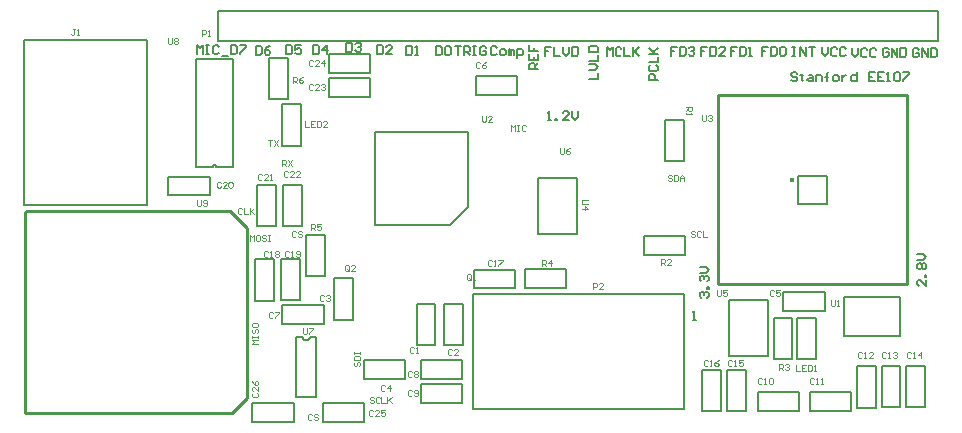
<source format=gto>
%FSTAX23Y23*%
%MOIN*%
%SFA1B1*%

%IPPOS*%
%ADD36C,0.010000*%
%ADD45C,0.007874*%
%ADD46C,0.015748*%
%ADD47C,0.005000*%
%ADD48C,0.004016*%
%ADD49C,0.005984*%
%LNmsp_mcu-1*%
%LPD*%
G54D36*
X04118Y022D02*
X04748D01*
Y0283*
X04118D02*
X04748D01*
X04118Y022D02*
Y0283D01*
X01812Y02443D02*
X01825D01*
X01809Y02384D02*
Y0244D01*
X02497Y01772D02*
X02547Y01821D01*
X01809Y01772D02*
X02497D01*
X02547Y01821D02*
Y02387D01*
X0249Y02443D02*
X02547Y02387D01*
X0185Y02443D02*
X0249D01*
X01809Y01772D02*
Y02384D01*
X01825Y02443D02*
X0185D01*
G54D45*
X02733Y02025D02*
D01*
X02733Y02025*
X02733Y02024*
X02733Y02023*
X02733Y02022*
X02733Y02021*
X02734Y0202*
X02734Y0202*
X02735Y02019*
X02735Y02018*
X02736Y02017*
X02736Y02017*
X02737Y02016*
X02737Y02016*
X02738Y02015*
X02739Y02015*
X0274Y02014*
X0274Y02014*
X02741Y02014*
X02742Y02013*
X02743Y02013*
X02744Y02013*
X02745Y02013*
X02746*
X02746Y02013*
X02747Y02013*
X02748Y02013*
X02749Y02014*
X0275Y02014*
X02751Y02014*
X02751Y02015*
X02752Y02015*
X02753Y02016*
X02754Y02016*
X02754Y02017*
X02755Y02017*
X02755Y02018*
X02756Y02019*
X02756Y0202*
X02757Y0202*
X02757Y02021*
X02757Y02022*
X02757Y02023*
X02758Y02024*
X02758Y02025*
X02758Y02025*
X02446Y02592D02*
D01*
X02446Y02592*
X02446Y02593*
X02446Y02593*
X02446Y02594*
X02446Y02594*
X02445Y02594*
X02445Y02595*
X02445Y02595*
X02445Y02595*
X02444Y02596*
X02444Y02596*
X02444Y02596*
X02444Y02597*
X02443Y02597*
X02443Y02597*
X02442Y02597*
X02442Y02598*
X02442Y02598*
X02441Y02598*
X02441Y02598*
X0244Y02598*
X0244Y02598*
X02439*
X02439Y02598*
X02438Y02598*
X02438Y02598*
X02438Y02598*
X02437Y02598*
X02437Y02597*
X02436Y02597*
X02436Y02597*
X02436Y02597*
X02435Y02596*
X02435Y02596*
X02435Y02596*
X02434Y02595*
X02434Y02595*
X02434Y02595*
X02434Y02594*
X02434Y02594*
X02433Y02594*
X02433Y02593*
X02433Y02593*
X02433Y02592*
X02433Y02592*
X04154Y01961D02*
Y02147D01*
X04283*
Y01961D02*
Y02147D01*
X04154Y01961D02*
X04283D01*
X033Y01783D02*
X04005D01*
X033D02*
Y02166D01*
X04005*
Y01947D02*
Y02166D01*
Y01783D02*
Y01997D01*
X02711Y02025D02*
X02733D01*
X02758D02*
X02779D01*
Y01825D02*
Y02025D01*
X02711Y01825D02*
X02779D01*
X02711D02*
Y02025D01*
X01805Y02464D02*
Y03014D01*
Y02464D02*
X02213D01*
Y03014*
X01805D02*
X02213D01*
X02452Y0301D02*
X04777D01*
X04852*
Y0311*
X02452D02*
X04852D01*
X02452Y0301D02*
Y0311D01*
X04537Y02158D02*
X04723D01*
Y02028D02*
Y02158D01*
X04537Y02028D02*
X04723D01*
X04537D02*
Y02158D01*
X04385Y02469D02*
X04482D01*
Y02561*
X04385D02*
X04482D01*
X04385Y02469D02*
Y02561D01*
X03518Y02368D02*
Y02554D01*
X03648*
Y02368D02*
Y02554D01*
X03518Y02368D02*
X03648D01*
X03224Y02396D02*
X03285Y02456D01*
X02973Y02396D02*
X03224D01*
X02973D02*
Y02708D01*
X03285*
Y02456D02*
Y02708D01*
X02446Y02592D02*
X02502D01*
X02377D02*
X02433D01*
X02377D02*
Y0295D01*
X02502*
Y02592D02*
Y0295D01*
G54D46*
X04364Y02549D03*
G54D47*
X02745Y02227D02*
Y02365D01*
X02808*
Y02227D02*
Y02365D01*
X02745Y02227D02*
X02808D01*
X02725Y02146D02*
Y02284D01*
X02662Y02146D02*
X02725D01*
X02662D02*
Y02284D01*
X02725*
X02638Y02145D02*
Y02283D01*
X02575Y02145D02*
X02638D01*
X02575D02*
Y02283D01*
X02638*
X02622Y02817D02*
Y02955D01*
X02685*
Y02817D02*
Y02955D01*
X02622Y02817D02*
X02685D01*
X02728Y02662D02*
Y028D01*
X02665Y02662D02*
X02728D01*
X02665D02*
Y028D01*
X02728*
X03473Y0225D02*
X03611D01*
Y02187D02*
Y0225D01*
X03473Y02187D02*
X03611D01*
X03473D02*
Y0225D01*
X04445Y01951D02*
Y02089D01*
X04382Y01951D02*
X04445D01*
X04382D02*
Y02089D01*
X04445*
X04366Y0195D02*
Y02088D01*
X04303Y0195D02*
X04366D01*
X04303D02*
Y02088D01*
X04366*
X03128Y01866D02*
X03266D01*
Y01803D02*
Y01866D01*
X03128Y01803D02*
X03266D01*
X03128D02*
Y01866D01*
X02666Y0213D02*
X02804D01*
Y02067D02*
Y0213D01*
X02666Y02067D02*
X02804D01*
X02666D02*
Y0213D01*
X03304Y02249D02*
X03442D01*
Y02186D02*
Y02249D01*
X03304Y02186D02*
X03442D01*
X03304D02*
Y02249D01*
X04148Y01776D02*
Y01914D01*
X04211*
Y01776D02*
Y01914D01*
X04148Y01776D02*
X04211D01*
X04064D02*
Y01914D01*
X04127*
Y01776D02*
Y01914D01*
X04064Y01776D02*
X04127D01*
X02582Y02393D02*
Y02531D01*
X02645*
Y02393D02*
Y02531D01*
X02582Y02393D02*
X02645D01*
X02285Y02496D02*
X02423D01*
X02285D02*
Y02559D01*
X02423*
Y02496D02*
Y02559D01*
X04336Y02111D02*
X04474D01*
X04336D02*
Y02174D01*
X04474*
Y02111D02*
Y02174D01*
X03941Y02611D02*
Y02749D01*
X04004*
Y02611D02*
Y02749D01*
X03941Y02611D02*
X04004D01*
X0387Y02299D02*
X04008D01*
X0387D02*
Y02362D01*
X04008*
Y02299D02*
Y02362D01*
X03127Y01947D02*
X03265D01*
Y01884D02*
Y01947D01*
X03127Y01884D02*
X03265D01*
X03127D02*
Y01947D01*
X04745Y0179D02*
Y01928D01*
X04808*
Y0179D02*
Y01928D01*
X04745Y0179D02*
X04808D01*
X04663Y0179D02*
Y01928D01*
X04726*
Y0179D02*
Y01928D01*
X04663Y0179D02*
X04726D01*
X04582Y01789D02*
Y01927D01*
X04645*
Y01789D02*
Y01927D01*
X04582Y01789D02*
X04645D01*
X04424Y01778D02*
X04562D01*
X04424D02*
Y01841D01*
X04562*
Y01778D02*
Y01841D01*
X0425Y01842D02*
X04388D01*
Y01779D02*
Y01842D01*
X0425Y01779D02*
X04388D01*
X0425D02*
Y01842D01*
X03311Y02831D02*
X03449D01*
X03311D02*
Y02894D01*
X03449*
Y02831D02*
Y02894D01*
X02938Y01947D02*
X03076D01*
Y01884D02*
Y01947D01*
X02938Y01884D02*
X03076D01*
X02938D02*
Y01947D01*
X02838Y02082D02*
Y0222D01*
X02901*
Y02082D02*
Y0222D01*
X02838Y02082D02*
X02901D01*
X03206Y01997D02*
Y02135D01*
X03269*
Y01997D02*
Y02135D01*
X03206Y01997D02*
X03269D01*
X03113Y01997D02*
Y02135D01*
X03176*
Y01997D02*
Y02135D01*
X03113Y01997D02*
X03176D01*
X02668Y02393D02*
Y02531D01*
X02731*
Y02393D02*
Y02531D01*
X02668Y02393D02*
X02731D01*
X02821Y02825D02*
Y02888D01*
Y02825D02*
X02959D01*
Y02888*
X02821D02*
X02959D01*
X02821Y02903D02*
Y02966D01*
Y02903D02*
X02959D01*
Y02966*
X02821D02*
X02959D01*
X02703Y01742D02*
Y01805D01*
X02565D02*
X02703D01*
X02565Y01742D02*
Y01805D01*
Y01742D02*
X02703D01*
X02938Y01741D02*
Y01804D01*
X028D02*
X02938D01*
X028Y01741D02*
Y01804D01*
Y01741D02*
X02938D01*
G54D48*
X02762Y0238D02*
Y024D01*
X02772*
X02775Y02396*
Y0239*
X02772Y02386*
X02762*
X02768D02*
X02775Y0238D01*
X02795Y024D02*
X02782D01*
Y0239*
X02788Y02393*
X02792*
X02795Y0239*
Y02383*
X02792Y0238*
X02785*
X02782Y02383*
X027Y02872D02*
Y02892D01*
X0271*
X02713Y02889*
Y02882*
X0271Y02879*
X027*
X02706D02*
X02713Y02872D01*
X02733Y02892D02*
X02726Y02889D01*
X0272Y02882*
Y02876*
X02723Y02872*
X0273*
X02733Y02876*
Y02879*
X0273Y02882*
X0272*
X02742Y02743D02*
Y02724D01*
X02755*
X02775Y02743D02*
X02762D01*
Y02724*
X02775*
X02762Y02734D02*
X02768D01*
X02781Y02743D02*
Y02724D01*
X02791*
X02795Y02727*
Y0274*
X02791Y02743*
X02781*
X02815Y02724D02*
X02801D01*
X02815Y02737*
Y0274*
X02811Y02743*
X02805*
X02801Y0274*
X037Y02185D02*
Y02205D01*
X0371*
X03714Y02201*
Y02195*
X0371Y02191*
X037*
X03734Y02185D02*
X0372D01*
X03734Y02198*
Y02201*
X0373Y02205*
X03724*
X0372Y02201*
X0353Y0226D02*
Y0228D01*
X0354*
X03544Y02277*
Y0227*
X0354Y02267*
X0353*
X03537D02*
X03544Y0226D01*
X0356D02*
Y0228D01*
X0355Y0227*
X03564*
X04064Y02763D02*
Y02747D01*
X04067Y02744*
X04074*
X04077Y02747*
Y02763*
X04083Y0276D02*
X04087Y02763D01*
X04093*
X04097Y0276*
Y02757*
X04093Y02754*
X0409*
X04093*
X04097Y0275*
Y02747*
X04093Y02744*
X04087*
X04083Y02747*
X0359Y02655D02*
Y02639D01*
X03593Y02635*
X036*
X03603Y02639*
Y02655*
X03623D02*
X03616Y02652D01*
X0361Y02645*
Y02639*
X03613Y02635*
X0362*
X03623Y02639*
Y02642*
X0362Y02645*
X0361*
X01974Y0305D02*
X01967D01*
X0197*
Y03034*
X01967Y0303*
X01964*
X0196Y03034*
X0198Y0303D02*
X01987D01*
X01984*
Y0305*
X0198Y03047*
X02285Y0302D02*
Y03004D01*
X02288Y03*
X02295*
X02298Y03004*
Y0302*
X02305Y03017D02*
X02308Y0302D01*
X02315*
X02318Y03017*
Y03014*
X02315Y0301*
X02318Y03007*
Y03004*
X02315Y03*
X02308*
X02305Y03004*
Y03007*
X02308Y0301*
X02305Y03014*
Y03017*
X02308Y0301D02*
X02315D01*
X02735Y02053D02*
Y02037D01*
X02739Y02034*
X02745*
X02749Y02037*
Y02053*
X02755D02*
X02769D01*
Y0205*
X02755Y02037*
Y02034*
X04115Y0218D02*
Y02164D01*
X04119Y0216*
X04125*
X04129Y02164*
Y0218*
X04149D02*
X04135D01*
Y0217*
X04142Y02174*
X04145*
X04149Y0217*
Y02164*
X04145Y0216*
X04139*
X04135Y02164*
X03683Y02482D02*
X03666D01*
X03663Y02478*
Y02472*
X03666Y02468*
X03683*
X03663Y02452D02*
X03683D01*
X03673Y02462*
Y02448*
X03332Y02762D02*
Y02746D01*
X03335Y02742*
X03342*
X03345Y02746*
Y02762*
X03365Y02742D02*
X03352D01*
X03365Y02756*
Y02759*
X03362Y02762*
X03355*
X03352Y02759*
X04495Y02148D02*
Y02132D01*
X04498Y02129*
X04505*
X04508Y02132*
Y02148*
X04515Y02129D02*
X04521D01*
X04518*
Y02148*
X04515Y02145*
X0432Y01914D02*
Y01933D01*
X0433*
X04334Y0193*
Y01924*
X0433Y0192*
X0432*
X04327D02*
X04334Y01914D01*
X0434Y0193D02*
X04344Y01933D01*
X0435*
X04354Y0193*
Y01927*
X0435Y01924*
X04347*
X0435*
X04354Y0192*
Y01917*
X0435Y01914*
X04344*
X0434Y01917*
X03927Y02265D02*
Y02285D01*
X03937*
X0394Y02281*
Y02275*
X03937Y02271*
X03927*
X03933D02*
X0394Y02265D01*
X0396D02*
X03947D01*
X0396Y02278*
Y02281*
X03957Y02285*
X0395*
X03947Y02281*
X04011Y02792D02*
X04031D01*
Y02782*
X04028Y02779*
X04021*
X04018Y02782*
Y02792*
Y02786D02*
X04011Y02779D01*
Y02772D02*
Y02766D01*
Y02769*
X04031*
X04028Y02772*
X02888Y02247D02*
Y0226D01*
X02885Y02263*
X02878*
X02875Y0226*
Y02247*
X02878Y02244*
X02885*
X02881Y0225D02*
X02888Y02244D01*
X02885D02*
X02888Y02247D01*
X02908Y02244D02*
X02895D01*
X02908Y02257*
Y0226*
X02905Y02263*
X02898*
X02895Y0226*
X03294Y02219D02*
Y02232D01*
X0329Y02235*
X03284*
X0328Y02232*
Y02219*
X03284Y02215*
X0329*
X03287Y02222D02*
X03294Y02215D01*
X0329D02*
X03294Y02219D01*
X033Y02215D02*
X03307D01*
X03304*
Y02235*
X033Y02232*
X02397Y03029D02*
Y03048D01*
X02407*
X0241Y03045*
Y03039*
X02407Y03035*
X02397*
X02417Y03029D02*
X02423D01*
X0242*
Y03048*
X02417Y03045*
X04379Y01932D02*
Y01912D01*
X04392*
X04412Y01932D02*
X04398D01*
Y01912*
X04412*
X04398Y01922D02*
X04405D01*
X04418Y01932D02*
Y01912D01*
X04428*
X04432Y01916*
Y01929*
X04428Y01932*
X04418*
X04438Y01912D02*
X04445D01*
X04442*
Y01932*
X04438Y01929*
X02683Y02574D02*
X0268Y02578D01*
X02673*
X0267Y02574*
Y02561*
X02673Y02558*
X0268*
X02683Y02561*
X02703Y02558D02*
X0269D01*
X02703Y02571*
Y02574*
X027Y02578*
X02693*
X0269Y02574*
X02723Y02558D02*
X0271D01*
X02723Y02571*
Y02574*
X0272Y02578*
X02713*
X0271Y02574*
X02599Y02564D02*
X02595Y02567D01*
X02589*
X02585Y02564*
Y02551*
X02589Y02547*
X02595*
X02599Y02551*
X02619Y02547D02*
X02605D01*
X02619Y02561*
Y02564*
X02615Y02567*
X02609*
X02605Y02564*
X02625Y02547D02*
X02632D01*
X02629*
Y02567*
X02625Y02564*
X0246Y02539D02*
X02457Y02542D01*
X0245*
X02447Y02539*
Y02526*
X0245Y02522*
X02457*
X0246Y02526*
X0248Y02522D02*
X02467D01*
X0248Y02536*
Y02539*
X02477Y02542*
X0247*
X02467Y02539*
X02486D02*
X0249Y02542D01*
X02496*
X025Y02539*
Y02526*
X02496Y02522*
X0249*
X02486Y02526*
Y02539*
X02688Y02308D02*
X02685Y02312D01*
X02678*
X02675Y02308*
Y02295*
X02678Y02292*
X02685*
X02688Y02295*
X02695Y02292D02*
X02701D01*
X02698*
Y02312*
X02695Y02308*
X02711Y02295D02*
X02715Y02292D01*
X02721*
X02725Y02295*
Y02308*
X02721Y02312*
X02715*
X02711Y02308*
Y02305*
X02715Y02302*
X02725*
X02618Y02308D02*
X02615Y02312D01*
X02608*
X02605Y02308*
Y02295*
X02608Y02292*
X02615*
X02618Y02295*
X02625Y02292D02*
X02631D01*
X02628*
Y02312*
X02625Y02308*
X02641D02*
X02645Y02312D01*
X02651*
X02655Y02308*
Y02305*
X02651Y02302*
X02655Y02298*
Y02295*
X02651Y02292*
X02645*
X02641Y02295*
Y02298*
X02645Y02302*
X02641Y02305*
Y02308*
X02645Y02302D02*
X02651D01*
X03363Y02276D02*
X0336Y0228D01*
X03353*
X0335Y02276*
Y02263*
X03353Y0226*
X0336*
X03363Y02263*
X0337Y0226D02*
X03376D01*
X03373*
Y0228*
X0337Y02276*
X03386Y0228D02*
X034D01*
Y02276*
X03386Y02263*
Y0226*
X04083Y01945D02*
X0408Y01949D01*
X04073*
X0407Y01945*
Y01932*
X04073Y01929*
X0408*
X04083Y01932*
X0409Y01929D02*
X04096D01*
X04093*
Y01949*
X0409Y01945*
X0412Y01949D02*
X04113Y01945D01*
X04106Y01939*
Y01932*
X0411Y01929*
X04116*
X0412Y01932*
Y01935*
X04116Y01939*
X04106*
X04166Y01944D02*
X04162Y01948D01*
X04156*
X04152Y01944*
Y01931*
X04156Y01928*
X04162*
X04166Y01931*
X04172Y01928D02*
X04179D01*
X04176*
Y01948*
X04172Y01944*
X04202Y01948D02*
X04189D01*
Y01938*
X04196Y01941*
X04199*
X04202Y01938*
Y01931*
X04199Y01928*
X04192*
X04189Y01931*
X0476Y01971D02*
X04757Y01975D01*
X0475*
X04747Y01971*
Y01958*
X0475Y01955*
X04757*
X0476Y01958*
X04767Y01955D02*
X04773D01*
X0477*
Y01975*
X04767Y01971*
X04793Y01955D02*
Y01975D01*
X04783Y01965*
X04796*
X04678Y01971D02*
X04675Y01975D01*
X04668*
X04665Y01971*
Y01958*
X04668Y01955*
X04675*
X04678Y01958*
X04685Y01955D02*
X04691D01*
X04688*
Y01975*
X04685Y01971*
X04701D02*
X04705Y01975D01*
X04711*
X04715Y01971*
Y01968*
X04711Y01965*
X04708*
X04711*
X04715Y01961*
Y01958*
X04711Y01955*
X04705*
X04701Y01958*
X04597Y0197D02*
X04594Y01974D01*
X04587*
X04584Y0197*
Y01957*
X04587Y01954*
X04594*
X04597Y01957*
X04603Y01954D02*
X0461D01*
X04607*
Y01974*
X04603Y0197*
X04633Y01954D02*
X0462D01*
X04633Y01967*
Y0197*
X0463Y01974*
X04623*
X0462Y0197*
X04439Y01884D02*
X04435Y01887D01*
X04429*
X04425Y01884*
Y01871*
X04429Y01867*
X04435*
X04439Y01871*
X04445Y01867D02*
X04452D01*
X04449*
Y01887*
X04445Y01884*
X04462Y01867D02*
X04469D01*
X04465*
Y01887*
X04462Y01884*
X04265Y01885D02*
X04262Y01888D01*
X04255*
X04252Y01885*
Y01872*
X04255Y01869*
X04262*
X04265Y01872*
X04272Y01869D02*
X04278D01*
X04275*
Y01888*
X04272Y01885*
X04288D02*
X04291Y01888D01*
X04298*
X04301Y01885*
Y01872*
X04298Y01869*
X04291*
X04288Y01872*
Y01885*
X03098Y01843D02*
X03095Y01847D01*
X03088*
X03085Y01843*
Y0183*
X03088Y01827*
X03095*
X03098Y0183*
X03105D02*
X03108Y01827D01*
X03115*
X03118Y0183*
Y01843*
X03115Y01847*
X03108*
X03105Y01843*
Y0184*
X03108Y01837*
X03118*
X03097Y01908D02*
X03094Y01912D01*
X03087*
X03084Y01908*
Y01895*
X03087Y01892*
X03094*
X03097Y01895*
X03103Y01908D02*
X03107Y01912D01*
X03113*
X03117Y01908*
Y01905*
X03113Y01902*
X03117Y01898*
Y01895*
X03113Y01892*
X03107*
X03103Y01895*
Y01898*
X03107Y01902*
X03103Y01905*
Y01908*
X03107Y01902D02*
X03113D01*
X02633Y02103D02*
X0263Y02107D01*
X02623*
X0262Y02103*
Y0209*
X02623Y02087*
X0263*
X02633Y0209*
X0264Y02107D02*
X02653D01*
Y02103*
X0264Y0209*
Y02087*
X03326Y02937D02*
X03322Y0294D01*
X03316*
X03312Y02937*
Y02924*
X03316Y0292*
X03322*
X03326Y02924*
X03346Y0294D02*
X03339Y02937D01*
X03332Y0293*
Y02924*
X03336Y0292*
X03342*
X03346Y02924*
Y02927*
X03342Y0293*
X03332*
X04304Y02178D02*
X043Y02182D01*
X04294*
X0429Y02178*
Y02165*
X04294Y02162*
X043*
X04304Y02165*
X04324Y02182D02*
X0431D01*
Y02172*
X04317Y02175*
X0432*
X04324Y02172*
Y02165*
X0432Y02162*
X04314*
X0431Y02165*
X03009Y01862D02*
X03005Y01865D01*
X02999*
X02995Y01862*
Y01849*
X02999Y01845*
X03005*
X03009Y01849*
X03025Y01845D02*
Y01865D01*
X03015Y01855*
X03029*
X02806Y02161D02*
X02802Y02164D01*
X02796*
X02792Y02161*
Y02148*
X02796Y02144*
X02802*
X02806Y02148*
X02812Y02161D02*
X02816Y02164D01*
X02822*
X02826Y02161*
Y02158*
X02822Y02154*
X02819*
X02822*
X02826Y02151*
Y02148*
X02822Y02144*
X02816*
X02812Y02148*
X03231Y0198D02*
X03227Y01983D01*
X03221*
X03217Y0198*
Y01967*
X03221Y01964*
X03227*
X03231Y01967*
X03251Y01964D02*
X03237D01*
X03251Y01977*
Y0198*
X03247Y01983*
X03241*
X03237Y0198*
X03104Y01986D02*
X031Y0199D01*
X03094*
X0309Y01986*
Y01973*
X03094Y0197*
X031*
X03104Y01973*
X0311Y0197D02*
X03117D01*
X03114*
Y0199*
X0311Y01986*
X02382Y02482D02*
Y02465D01*
X02385Y02462*
X02392*
X02395Y02465*
Y02482*
X02402Y02465D02*
X02405Y02462D01*
X02412*
X02415Y02465*
Y02478*
X02412Y02482*
X02405*
X02402Y02478*
Y02475*
X02405Y02472*
X02415*
X02768Y02863D02*
X02765Y02867D01*
X02758*
X02755Y02863*
Y0285*
X02758Y02847*
X02765*
X02768Y0285*
X02788Y02847D02*
X02775D01*
X02788Y0286*
Y02863*
X02785Y02867*
X02778*
X02775Y02863*
X02795D02*
X02798Y02867D01*
X02805*
X02808Y02863*
Y0286*
X02805Y02857*
X02801*
X02805*
X02808Y02853*
Y0285*
X02805Y02847*
X02798*
X02795Y0285*
X02768Y02944D02*
X02765Y02947D01*
X02758*
X02755Y02944*
Y02931*
X02758Y02927*
X02765*
X02768Y02931*
X02788Y02927D02*
X02775D01*
X02788Y02941*
Y02944*
X02785Y02947*
X02778*
X02775Y02944*
X02805Y02927D02*
Y02947D01*
X02795Y02937*
X02808*
X02969Y01776D02*
X02965Y0178D01*
X02959*
X02955Y01776*
Y01763*
X02959Y0176*
X02965*
X02969Y01763*
X02989Y0176D02*
X02975D01*
X02989Y01773*
Y01776*
X02985Y0178*
X02979*
X02975Y01776*
X03009Y0178D02*
X02995D01*
Y0177*
X03002Y01773*
X03005*
X03009Y0177*
Y01763*
X03005Y0176*
X02999*
X02995Y01763*
X02569Y01837D02*
X02566Y01834D01*
Y01827*
X02569Y01824*
X02582*
X02585Y01827*
Y01834*
X02582Y01837*
X02585Y01857D02*
Y01843D01*
X02572Y01857*
X02569*
X02566Y01853*
Y01847*
X02569Y01843*
X02566Y01877D02*
X02569Y0187D01*
X02575Y01863*
X02582*
X02585Y01867*
Y01873*
X02582Y01877*
X02579*
X02575Y01873*
Y01863*
X02665Y02595D02*
Y02615D01*
X02675*
X02678Y02611*
Y02605*
X02675Y02601*
X02665*
X02671D02*
X02678Y02595D01*
X02685Y02615D02*
X02698Y02595D01*
Y02615D02*
X02685Y02595D01*
X02619Y02682D02*
X02632D01*
X02625*
Y02662*
X02638Y02682D02*
X02652Y02662D01*
Y02682D02*
X02638Y02662D01*
X02532Y0245D02*
X02529Y02453D01*
X02522*
X02519Y0245*
Y02437*
X02522Y02434*
X02529*
X02532Y02437*
X02538Y02453D02*
Y02434D01*
X02552*
X02558Y02453D02*
Y02434D01*
Y0244*
X02572Y02453*
X02562Y02444*
X02572Y02434*
X02711Y02373D02*
X02707Y02377D01*
X02701*
X02697Y02373*
Y0236*
X02701Y02357*
X02707*
X02711Y0236*
X02731Y02373D02*
X02727Y02377D01*
X02721*
X02717Y02373*
Y0237*
X02721Y02367*
X02727*
X02731Y02363*
Y0236*
X02727Y02357*
X02721*
X02717Y0236*
X02557Y02345D02*
Y02365D01*
X02564Y02358*
X02571Y02365*
Y02345*
X02587Y02365D02*
X02581D01*
X02577Y02361*
Y02348*
X02581Y02345*
X02587*
X02591Y02348*
Y02361*
X02587Y02365*
X02611Y02361D02*
X02607Y02365D01*
X02601*
X02597Y02361*
Y02358*
X02601Y02355*
X02607*
X02611Y02351*
Y02348*
X02607Y02345*
X02601*
X02597Y02348*
X02617Y02365D02*
X02624D01*
X02621*
Y02345*
X02617*
X02624*
X02585Y02002D02*
X02566D01*
X02572Y02008*
X02566Y02015*
X02585*
X02566Y02022D02*
Y02028D01*
Y02025*
X02585*
Y02022*
Y02028*
X02569Y02051D02*
X02566Y02048D01*
Y02041*
X02569Y02038*
X02572*
X02575Y02041*
Y02048*
X02579Y02051*
X02582*
X02585Y02048*
Y02041*
X02582Y02038*
X02566Y02068D02*
Y02061D01*
X02569Y02058*
X02582*
X02585Y02061*
Y02068*
X02582Y02071*
X02569*
X02566Y02068*
X02763Y01765D02*
X0276Y01768D01*
X02753*
X0275Y01765*
Y01752*
X02753Y01749*
X0276*
X02763Y01752*
X02783Y01765D02*
X0278Y01768D01*
X02773*
X0277Y01765*
Y01762*
X02773Y01759*
X0278*
X02783Y01755*
Y01752*
X0278Y01749*
X02773*
X0277Y01752*
X02909Y01941D02*
X02906Y01937D01*
Y01931*
X02909Y01927*
X02912*
X02915Y01931*
Y01937*
X02919Y01941*
X02922*
X02925Y01937*
Y01931*
X02922Y01927*
X02906Y01947D02*
X02925D01*
Y01957*
X02922Y01961*
X02909*
X02906Y01957*
Y01947*
Y01967D02*
Y01974D01*
Y01971*
X02925*
Y01967*
Y01974*
X0297Y01821D02*
X02967Y01825D01*
X0296*
X02957Y01821*
Y01818*
X0296Y01815*
X02967*
X0297Y01811*
Y01808*
X02967Y01805*
X0296*
X02957Y01808*
X0299Y01821D02*
X02987Y01825D01*
X0298*
X02977Y01821*
Y01808*
X0298Y01805*
X02987*
X0299Y01808*
X02996Y01825D02*
Y01805D01*
X0301*
X03016Y01825D02*
Y01805D01*
Y01811*
X0303Y01825*
X0302Y01815*
X0303Y01805*
X03427Y0271D02*
Y0273D01*
X03434Y02723*
X03441Y0273*
Y0271*
X03447Y0273D02*
X03454D01*
X03451*
Y0271*
X03447*
X03454*
X03477Y02726D02*
X03474Y0273D01*
X03467*
X03464Y02726*
Y02713*
X03467Y0271*
X03474*
X03477Y02713*
X04041Y02375D02*
X04037Y02378D01*
X04031*
X04027Y02375*
Y02372*
X04031Y02369*
X04037*
X04041Y02365*
Y02362*
X04037Y02359*
X04031*
X04027Y02362*
X04061Y02375D02*
X04057Y02378D01*
X04051*
X04047Y02375*
Y02362*
X04051Y02359*
X04057*
X04061Y02362*
X04067Y02378D02*
Y02359D01*
X04081*
X03964Y02562D02*
X0396Y02565D01*
X03954*
X0395Y02562*
Y02559*
X03954Y02555*
X0396*
X03964Y02552*
Y02549*
X0396Y02545*
X03954*
X0395Y02549*
X0397Y02565D02*
Y02545D01*
X0398*
X03984Y02549*
Y02562*
X0398Y02565*
X0397*
X0399Y02545D02*
Y02559D01*
X03997Y02565*
X04004Y02559*
Y02545*
Y02555*
X0399*
G54D49*
X04034Y02082D02*
X04044D01*
X04039*
Y02112*
X04034Y02107*
X04787Y02982D02*
X04782Y02987D01*
X04772*
X04767Y02982*
Y02962*
X04772Y02957*
X04782*
X04787Y02962*
Y02972*
X04777*
X04797Y02957D02*
Y02987D01*
X04817Y02957*
Y02987*
X04827D02*
Y02957D01*
X04842*
X04847Y02962*
Y02982*
X04842Y02987*
X04827*
X04687Y02983D02*
X04682Y02988D01*
X04672*
X04667Y02983*
Y02964*
X04672Y02959*
X04682*
X04687Y02964*
Y02973*
X04677*
X04697Y02959D02*
Y02988D01*
X04716Y02959*
Y02988*
X04726D02*
Y02959D01*
X04741*
X04746Y02964*
Y02983*
X04741Y02988*
X04726*
X04565Y02987D02*
Y02967D01*
X04575Y02957*
X04585Y02967*
Y02987*
X04615Y02982D02*
X0461Y02987D01*
X046*
X04595Y02982*
Y02962*
X046Y02957*
X0461*
X04615Y02962*
X04645Y02982D02*
X0464Y02987D01*
X0463*
X04625Y02982*
Y02962*
X0463Y02957*
X0464*
X04645Y02962*
X04465Y0299D02*
Y0297D01*
X04475Y0296*
X04485Y0297*
Y0299*
X04515Y02985D02*
X0451Y0299D01*
X045*
X04495Y02985*
Y02965*
X045Y0296*
X0451*
X04515Y02965*
X04544Y02985D02*
X04539Y0299D01*
X04529*
X04525Y02985*
Y02965*
X04529Y0296*
X04539*
X04544Y02965*
X04365Y02992D02*
X04375D01*
X0437*
Y02962*
X04365*
X04375*
X0439D02*
Y02992D01*
X0441Y02962*
Y02992*
X0442D02*
X0444D01*
X0443*
Y02962*
X04283Y02992D02*
X04264D01*
Y02977*
X04274*
X04264*
Y02962*
X04293Y02992D02*
Y02962D01*
X04308*
X04313Y02967*
Y02987*
X04308Y02992*
X04293*
X04323Y02987D02*
X04328Y02992D01*
X04338*
X04343Y02987*
Y02967*
X04338Y02962*
X04328*
X04323Y02967*
Y02987*
X0418Y02992D02*
X0416D01*
Y02977*
X0417*
X0416*
Y02962*
X0419Y02992D02*
Y02962D01*
X04205*
X0421Y02967*
Y02987*
X04205Y02992*
X0419*
X0422Y02962D02*
X0423D01*
X04225*
Y02992*
X0422Y02987*
X04082Y02992D02*
X04062D01*
Y02977*
X04072*
X04062*
Y02962*
X04092Y02992D02*
Y02962D01*
X04107*
X04112Y02967*
Y02987*
X04107Y02992*
X04092*
X04142Y02962D02*
X04122D01*
X04142Y02982*
Y02987*
X04137Y02992*
X04127*
X04122Y02987*
X0398Y02992D02*
X0396D01*
Y02977*
X0397*
X0396*
Y02962*
X0399Y02992D02*
Y02962D01*
X04005*
X0401Y02967*
Y02987*
X04005Y02992*
X0399*
X0402Y02987D02*
X04024Y02992D01*
X04034*
X04039Y02987*
Y02982*
X04034Y02977*
X04029*
X04034*
X04039Y02972*
Y02967*
X04034Y02962*
X04024*
X0402Y02967*
X03917Y0288D02*
X03887D01*
Y02895*
X03892Y029*
X03902*
X03907Y02895*
Y0288*
X03892Y0293D02*
X03887Y02925D01*
Y02915*
X03892Y0291*
X03912*
X03917Y02915*
Y02925*
X03912Y0293*
X03887Y0294D02*
X03917D01*
Y02959*
X03887Y02969D02*
X03917D01*
X03907*
X03887Y02989*
X03902Y02974*
X03917Y02989*
X03747Y0296D02*
Y0299D01*
X03757Y0298*
X03767Y0299*
Y0296*
X03796Y02985D02*
X03791Y0299D01*
X03782*
X03777Y02985*
Y02965*
X03782Y0296*
X03791*
X03796Y02965*
X03806Y0299D02*
Y0296D01*
X03826*
X03836Y0299D02*
Y0296D01*
Y0297*
X03856Y0299*
X03841Y02975*
X03856Y0296*
X03687Y02885D02*
X03717D01*
Y02905*
X03687Y02915D02*
X03707D01*
X03717Y02925*
X03707Y02935*
X03687*
Y02945D02*
X03717D01*
Y02965*
X03687Y02975D02*
X03717D01*
Y0299*
X03712Y02995*
X03692*
X03687Y0299*
Y02975*
X03562Y02992D02*
X03542D01*
Y02977*
X03552*
X03542*
Y02962*
X03572Y02992D02*
Y02962D01*
X03592*
X03602Y02992D02*
Y02972D01*
X03612Y02962*
X03622Y02972*
Y02992*
X03632D02*
Y02962D01*
X03647*
X03652Y02967*
Y02987*
X03647Y02992*
X03632*
X03519Y02917D02*
X03489D01*
Y02932*
X03494Y02937*
X03504*
X03509Y02932*
Y02917*
Y02927D02*
X03519Y02937D01*
X03489Y02967D02*
Y02947D01*
X03519*
Y02967*
X03504Y02947D02*
Y02957D01*
X03489Y02997D02*
Y02977D01*
X03504*
Y02987*
Y02977*
X03519*
X0338Y02988D02*
X03375Y02993D01*
X03365*
X0336Y02988*
Y02969*
X03365Y02964*
X03375*
X0338Y02969*
X03395Y02964D02*
X03405D01*
X0341Y02969*
Y02978*
X03405Y02983*
X03395*
X0339Y02978*
Y02969*
X03395Y02964*
X0342D02*
Y02983D01*
X03424*
X03429Y02978*
Y02964*
Y02978*
X03434Y02983*
X03439Y02978*
Y02964*
X03449Y02954D02*
Y02983D01*
X03464*
X03469Y02978*
Y02969*
X03464Y02964*
X03449*
X03242Y02993D02*
X03262D01*
X03252*
Y02964*
X03272D02*
Y02993D01*
X03286*
X03291Y02988*
Y02978*
X03286Y02974*
X03272*
X03281D02*
X03291Y02964D01*
X03301Y02993D02*
X03311D01*
X03306*
Y02964*
X03301*
X03311*
X03346Y02988D02*
X03341Y02993D01*
X03331*
X03326Y02988*
Y02969*
X03331Y02964*
X03341*
X03346Y02969*
Y02978*
X03336*
X03177Y02993D02*
Y02964D01*
X03192*
X03197Y02969*
Y02988*
X03192Y02993*
X03177*
X03207Y02988D02*
X03212Y02993D01*
X03222*
X03227Y02988*
Y02969*
X03222Y02964*
X03212*
X03207Y02969*
Y02988*
X03079Y02995D02*
Y02965D01*
X03093*
X03098Y0297*
Y0299*
X03093Y02995*
X03079*
X03108Y02965D02*
X03118D01*
X03113*
Y02995*
X03108Y0299*
X02982Y02997D02*
Y02967D01*
X02997*
X03002Y02972*
Y02992*
X02997Y02997*
X02982*
X03032Y02967D02*
X03012D01*
X03032Y02987*
Y02992*
X03027Y02997*
X03017*
X03012Y02992*
X02879Y03005D02*
Y02975D01*
X02893*
X02898Y0298*
Y03*
X02893Y03005*
X02879*
X02908Y03D02*
X02913Y03005D01*
X02923*
X02928Y03*
Y02995*
X02923Y0299*
X02918*
X02923*
X02928Y02985*
Y0298*
X02923Y02975*
X02913*
X02908Y0298*
X02769Y02997D02*
Y02967D01*
X02783*
X02788Y02972*
Y02992*
X02783Y02997*
X02769*
X02813Y02967D02*
Y02997D01*
X02798Y02982*
X02818*
X02679Y02997D02*
Y02967D01*
X02693*
X02698Y02972*
Y02992*
X02693Y02997*
X02679*
X02728D02*
X02708D01*
Y02982*
X02718Y02987*
X02723*
X02728Y02982*
Y02972*
X02723Y02967*
X02713*
X02708Y02972*
X02577Y02995D02*
Y02965D01*
X02592*
X02597Y0297*
Y0299*
X02592Y02995*
X02577*
X02626D02*
X02616Y0299D01*
X02607Y0298*
Y0297*
X02612Y02965*
X02621*
X02626Y0297*
Y02975*
X02621Y0298*
X02607*
X0238Y02967D02*
Y02997D01*
X0239Y02987*
X024Y02997*
Y02967*
X0241Y02997D02*
X0242D01*
X02415*
Y02967*
X0241*
X0242*
X02454Y02992D02*
X02449Y02997D01*
X0244*
X02435Y02992*
Y02972*
X0244Y02967*
X02449*
X02454Y02972*
X02464Y02962D02*
X02484D01*
X02494Y02997D02*
Y02967D01*
X02509*
X02514Y02972*
Y02992*
X02509Y02997*
X02494*
X02524D02*
X02544D01*
Y02992*
X02524Y02972*
Y02967*
X04062Y02155D02*
X04057Y0216D01*
Y0217*
X04062Y02175*
X04067*
X04072Y0217*
Y02165*
Y0217*
X04077Y02175*
X04082*
X04087Y0217*
Y0216*
X04082Y02155*
X04087Y02185D02*
X04082D01*
Y0219*
X04087*
Y02185*
X04062Y0221D02*
X04057Y02215D01*
Y02224*
X04062Y02229*
X04067*
X04072Y02224*
Y02219*
Y02224*
X04077Y02229*
X04082*
X04087Y02224*
Y02215*
X04082Y0221*
X04057Y02239D02*
X04077D01*
X04087Y02249*
X04077Y02259*
X04057*
X04812Y02215D02*
Y02195D01*
X04792Y02215*
X04787*
X04782Y0221*
Y022*
X04787Y02195*
X04812Y02225D02*
X04807D01*
Y0223*
X04812*
Y02225*
X04787Y0225D02*
X04782Y02255D01*
Y02265*
X04787Y0227*
X04792*
X04797Y02265*
X04802Y0227*
X04807*
X04812Y02265*
Y02255*
X04807Y0225*
X04802*
X04797Y02255*
X04792Y0225*
X04787*
X04797Y02255D02*
Y02265D01*
X04782Y0228D02*
X04802D01*
X04812Y0229*
X04802Y023*
X04782*
X0355Y02747D02*
X0356D01*
X03555*
Y02777*
X0355Y02772*
X03575Y02747D02*
Y02752D01*
X0358*
Y02747*
X03575*
X0362D02*
X036D01*
X0362Y02767*
Y02772*
X03615Y02777*
X03605*
X036Y02772*
X0363Y02777D02*
Y02757D01*
X0364Y02747*
X0365Y02757*
Y02777*
X04382Y02902D02*
X04377Y02907D01*
X04367*
X04362Y02902*
Y02897*
X04367Y02892*
X04377*
X04382Y02887*
Y02882*
X04377Y02877*
X04367*
X04362Y02882*
X04397Y02902D02*
Y02897D01*
X04392*
X04401*
X04397*
Y02882*
X04401Y02877*
X04421Y02897D02*
X04431D01*
X04436Y02892*
Y02877*
X04421*
X04416Y02882*
X04421Y02887*
X04436*
X04446Y02877D02*
Y02897D01*
X04461*
X04466Y02892*
Y02877*
X04481D02*
Y02902D01*
Y02892*
X04476*
X04486*
X04481*
Y02902*
X04486Y02907*
X04506Y02877D02*
X04516D01*
X04521Y02882*
Y02892*
X04516Y02897*
X04506*
X04501Y02892*
Y02882*
X04506Y02877*
X04531Y02897D02*
Y02877D01*
Y02887*
X04536Y02892*
X04541Y02897*
X04546*
X04581Y02907D02*
Y02877D01*
X04566*
X04561Y02882*
Y02892*
X04566Y02897*
X04581*
X04641Y02907D02*
X04621D01*
Y02877*
X04641*
X04621Y02892D02*
X04631D01*
X04671Y02907D02*
X04651D01*
Y02877*
X04671*
X04651Y02892D02*
X04661D01*
X04681Y02877D02*
X04691D01*
X04686*
Y02907*
X04681Y02902*
X04706D02*
X04711Y02907D01*
X04721*
X04726Y02902*
Y02882*
X04721Y02877*
X04711*
X04706Y02882*
Y02902*
X04736Y02907D02*
X04756D01*
Y02902*
X04736Y02882*
Y02877*
M02*
</source>
